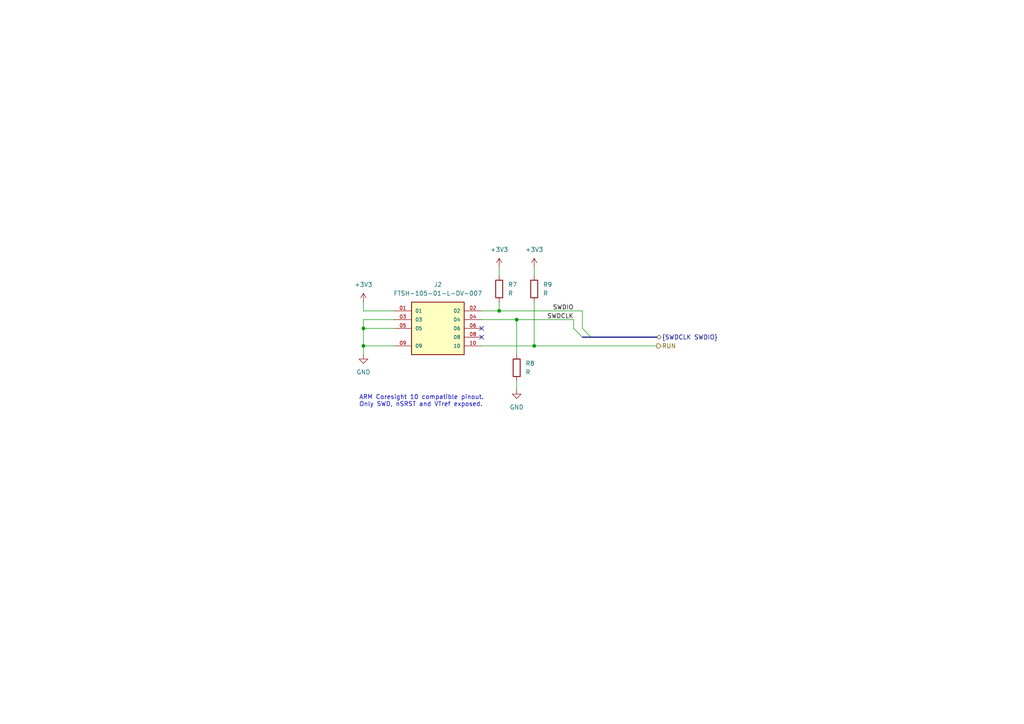
<source format=kicad_sch>
(kicad_sch (version 20231120) (generator "eeschema") (generator_version "8.0")
  (paper "A4")
  (lib_symbols
    (symbol "Device:R" (pin_numbers hide) (pin_names (offset 0))
      (property "Reference" "R" (at 2.032 0 90))
      (property "Value" "R" (at 0 0 90))
      (symbol "R_0_1"
        (rectangle (start -1.016 -2.54) (end 1.016 2.54) (stroke (width 0.254)))
      )
      (symbol "R_1_1"
        (pin passive line (at 0 3.81 270) (length 1.27) (name "~") (number "1"))
        (pin passive line (at 0 -3.81 90) (length 1.27) (name "~") (number "2"))
      )
    )
    (symbol "cubesat_rp2040:FTSH-105-01-L-DV-007" (pin_names (offset 1.016))
      (property "Reference" "J" (at -8.12 7.62 0))
      (property "Value" "FTSH-105-01-L-DV-007" (at -7.62 -10.16 0))
      (symbol "FTSH-105-01-L-DV-007_0_0"
        (rectangle (start -7.62 -7.62) (end 7.62 7.62) (stroke (width 0.254)) (fill (type background)))
        (pin passive line (at -12.7 5.08 0) (length 5.08) (name "01") (number "01"))
        (pin passive line (at 12.7 5.08 180) (length 5.08) (name "02") (number "02"))
        (pin passive line (at -12.7 2.54 0) (length 5.08) (name "03") (number "03"))
        (pin passive line (at 12.7 2.54 180) (length 5.08) (name "04") (number "04"))
        (pin passive line (at -12.7 0 0) (length 5.08) (name "05") (number "05"))
        (pin passive line (at 12.7 0 180) (length 5.08) (name "06") (number "06"))
        (pin passive line (at 12.7 -2.54 180) (length 5.08) (name "08") (number "08"))
        (pin passive line (at -12.7 -5.08 0) (length 5.08) (name "09") (number "09"))
        (pin passive line (at 12.7 -5.08 180) (length 5.08) (name "10") (number "10"))
      )
    )
    (symbol "power:+3V3" (power) (pin_numbers hide) (pin_names (offset 0) hide)
      (property "Value" "+3V3" (at 0 3.556 0))
      (symbol "+3V3_0_1"
        (polyline (pts (xy -0.762 1.27) (xy 0 2.54)))
        (polyline (pts (xy 0 0) (xy 0 2.54)))
        (polyline (pts (xy 0 2.54) (xy 0.762 1.27)))
      )
      (symbol "+3V3_1_1"
        (pin power_in line (at 0 0 90) (length 0) (name "~") (number "1"))
      )
    )
    (symbol "power:GND" (power) (pin_numbers hide) (pin_names (offset 0) hide)
      (property "Value" "GND" (at 0 -3.81 0))
      (symbol "GND_0_1"
        (polyline (pts (xy 0 0) (xy 0 -1.27) (xy 1.27 -1.27) (xy 0 -2.54) (xy -1.27 -1.27) (xy 0 -1.27)))
      )
      (symbol "GND_1_1"
        (pin power_in line (at 0 0 270) (length 0) (name "~") (number "1"))
      )
    )
  )
  (junction (at 144.78 90.17))
  (junction (at 154.94 100.33))
  (junction (at 149.86 92.71))
  (junction (at 105.41 95.25))
  (junction (at 105.41 100.33))
  (no_connect (at 139.7 97.79))
  (no_connect (at 139.7 95.25))
  (bus_entry (at 166.37 95.25) (size 2.54 2.54))
  (bus_entry (at 168.91 95.25) (size 2.54 2.54))
  (wire (pts (xy 105.41 95.25) (xy 105.41 100.33)))
  (wire (pts (xy 114.3 90.17) (xy 105.41 90.17)))
  (wire (pts (xy 144.78 77.47) (xy 144.78 80.01)))
  (wire (pts (xy 105.41 100.33) (xy 114.3 100.33)))
  (wire (pts (xy 105.41 100.33) (xy 105.41 102.87)))
  (wire (pts (xy 144.78 90.17) (xy 168.91 90.17)))
  (wire (pts (xy 144.78 87.63) (xy 144.78 90.17)))
  (wire (pts (xy 166.37 92.71) (xy 166.37 95.25)))
  (wire (pts (xy 139.7 100.33) (xy 154.94 100.33)))
  (wire (pts (xy 105.41 92.71) (xy 105.41 95.25)))
  (wire (pts (xy 149.86 92.71) (xy 149.86 102.87)))
  (wire (pts (xy 105.41 95.25) (xy 114.3 95.25)))
  (wire (pts (xy 149.86 92.71) (xy 166.37 92.71)))
  (wire (pts (xy 168.91 90.17) (xy 168.91 95.25)))
  (wire (pts (xy 190.5 100.33) (xy 154.94 100.33)))
  (bus (pts (xy 171.45 97.79) (xy 190.5 97.79)))
  (wire (pts (xy 149.86 110.49) (xy 149.86 113.03)))
  (bus (pts (xy 168.91 97.79) (xy 171.45 97.79)))
  (wire (pts (xy 114.3 92.71) (xy 105.41 92.71)))
  (wire (pts (xy 154.94 87.63) (xy 154.94 100.33)))
  (wire (pts (xy 139.7 92.71) (xy 149.86 92.71)))
  (wire (pts (xy 144.78 90.17) (xy 139.7 90.17)))
  (wire (pts (xy 105.41 90.17) (xy 105.41 87.63)))
  (wire (pts (xy 154.94 77.47) (xy 154.94 80.01)))
  (text "ARM Coresight 10 compatible pinout.\nOnly SWD, nSRST and VTref exposed." (at 104.14 118.11 0) (effects (font (size 1.27 1.27)) (justify left bottom)))
  (label "SWDIO" (at 166.37 90.17 180))
  (label "SWDCLK" (at 166.37 92.71 180))
  (hierarchical_label "{SWDCLK SWDIO}" (shape bidirectional) (at 190.5 97.79 0))
  (hierarchical_label "RUN" (shape output) (at 190.5 100.33 0))
  (symbol (lib_id "Device:R") (at 149.86 106.68 180) (unit 1)
    (property "Reference" "R8" (at 152.4 105.41 0) (effects (justify right)))
    (property "Value" "R" (at 152.4 107.95 0) (effects (justify right)))
    (property "Footprint" "Resistor_SMD:R_0402_1005Metric" (effects (hide yes)))
    (property "Description" "Resistor" (effects (hide yes)))
    (property "Manufacturer_Name" "UNI-ROYAL(Uniroyal Elec)" (effects (hide yes)))
    (property "Manufacturer_Part_Number" "1206W4F1003T5E" (effects (hide yes)))
  )
  (symbol (lib_id "cubesat_rp2040:FTSH-105-01-L-DV-007") (at 127 95.25 0) (unit 1)
    (property "Reference" "J2" (at 127 82.55 0))
    (property "Value" "FTSH-105-01-L-DV-007" (at 127 85.09 0))
    (property "Footprint" "cubesat_rp2040:SAMTEC_FTSH-105-01-L-DV-007" (effects (hide yes)))
    (property "PARTREV" "R" (effects (hide yes)))
    (property "MANUFACTURER" "Samtec" (effects (hide yes)))
    (property "STANDARD" "Manufacturer Recommendations" (effects (hide yes)))
  )
  (symbol (lib_id "power:+3V3") (at 154.94 77.47 0) (unit 1)
    (property "Reference" "#PWR019" (effects (hide yes)))
    (property "Value" "+3V3" (at 154.94 72.39 0))
    (property "Description" "Power symbol creates a global label with name \"+3V3\"" (effects (hide yes)))
  )
  (symbol (lib_id "power:GND") (at 105.41 102.87 0) (unit 1)
    (property "Reference" "#PWR016" (effects (hide yes)))
    (property "Value" "GND" (at 105.41 107.95 0))
    (property "Description" "Power symbol creates a global label with name \"GND\" , ground" (effects (hide yes)))
  )
  (symbol (lib_id "power:GND") (at 149.86 113.03 0) (unit 1)
    (property "Reference" "#PWR018" (effects (hide yes)))
    (property "Value" "GND" (at 149.86 118.11 0))
    (property "Description" "Power symbol creates a global label with name \"GND\" , ground" (effects (hide yes)))
  )
  (symbol (lib_id "Device:R") (at 144.78 83.82 180) (unit 1)
    (property "Reference" "R7" (at 147.32 82.55 0) (effects (justify right)))
    (property "Value" "R" (at 147.32 85.09 0) (effects (justify right)))
    (property "Footprint" "Resistor_SMD:R_0402_1005Metric" (effects (hide yes)))
    (property "Description" "Resistor" (effects (hide yes)))
    (property "Manufacturer_Name" "UNI-ROYAL(Uniroyal Elec)" (effects (hide yes)))
    (property "Manufacturer_Part_Number" "1206W4F1003T5E" (effects (hide yes)))
  )
  (symbol (lib_id "power:+3V3") (at 105.41 87.63 0) (unit 1)
    (property "Reference" "#PWR015" (effects (hide yes)))
    (property "Value" "+3V3" (at 105.41 82.55 0))
    (property "Description" "Power symbol creates a global label with name \"+3V3\"" (effects (hide yes)))
  )
  (symbol (lib_id "power:+3V3") (at 144.78 77.47 0) (unit 1)
    (property "Reference" "#PWR017" (effects (hide yes)))
    (property "Value" "+3V3" (at 144.78 72.39 0))
    (property "Description" "Power symbol creates a global label with name \"+3V3\"" (effects (hide yes)))
  )
  (symbol (lib_id "Device:R") (at 154.94 83.82 180) (unit 1)
    (property "Reference" "R9" (at 157.48 82.55 0) (effects (justify right)))
    (property "Value" "R" (at 157.48 85.09 0) (effects (justify right)))
    (property "Footprint" "Resistor_SMD:R_0402_1005Metric" (effects (hide yes)))
    (property "Description" "Resistor" (effects (hide yes)))
    (property "Manufacturer_Name" "UNI-ROYAL(Uniroyal Elec)" (effects (hide yes)))
    (property "Manufacturer_Part_Number" "1206W4F1003T5E" (effects (hide yes)))
  )
)
</source>
